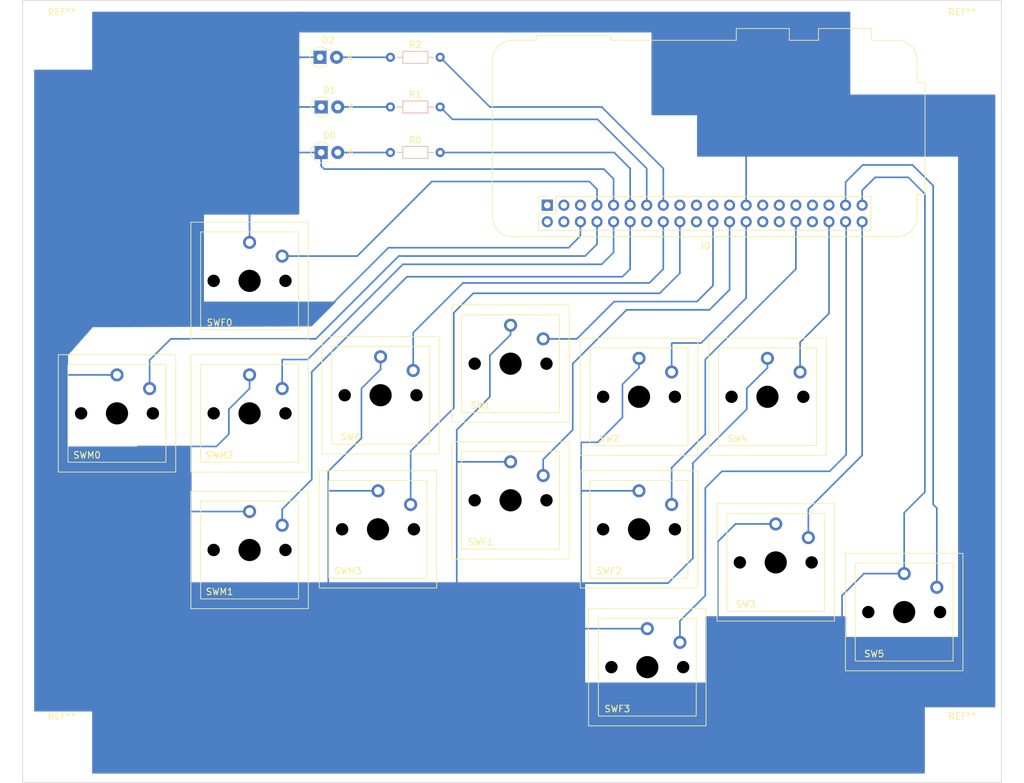
<source format=kicad_pcb>
(kicad_pcb (version 20211014) (generator pcbnew)
  (layers (0 "F.Cu" signal) (31 "B.Cu" signal) (34 "B.Paste" user) (35 "F.Paste" user) (36 "B.SilkS" user "B.Silkscreen") (37 "F.SilkS" user "F.Silkscreen") (38 "B.Mask" user) (39 "F.Mask" user) (44 "Edge.Cuts" user))
  (net 0 "")
  (net 1 "GND")
  (net 2 "Net-(D0-Pad2)")
  (net 3 "Net-(D1-Pad2)")
  (net 4 "Net-(D2-Pad2)")
  (net 10 "/GPIO4")
  (net 11 "/GPIO14")
  (net 12 "/GPIO15")
  (net 13 "/GPIO17")
  (net 14 "/GPIO18")
  (net 15 "/GPIO27")
  (net 17 "/GPIO22")
  (net 18 "/GPIO23")
  (net 20 "/GPIO24")
  (net 24 "/GPIO25")
  (net 26 "/GPIO8")
  (net 27 "/GPIO7")
  (net 33 "/GPIO12")
  (net 37 "/GPIO16")
  (net 38 "/GPIO26")
  (net 39 "/GPIO20")
  (net 40 "/GPIO21")
  (footprint "MountingHole:MountingHole_3.2mm_M3" (layer "F.Cu") (at 36 144)
    (fp_text reference "REF**" (at 0 -4.2) (layer "F.SilkS"))
    (fp_text value "MountingHole_3.2mm_M3")
    (pad "" np_thru_hole circle (at 0 0) (size 3.2 3.2) (drill 3.2) (layers *.Cu *.Mask))
  )
  (footprint "Library:Kailh_Choc" (layer "F.Cu") (at 145.415 116.205)
    (fp_text reference "SW3" (at -4.6 6.4 unlocked) (layer "F.SilkS"))
    (fp_text value "SW_Push")
    (fp_rect (start -9 -9) (end 9 9) (layer "F.SilkS") (width 0.12) (fill none))
    (fp_rect (start -7.5 -7.5) (end 7.5 7.5) (layer "F.SilkS") (width 0.12) (fill none))
    (pad "" np_thru_hole circle (at -5.5 0) (size 1.9 1.9) (drill 1.9) (layers *.Mask))
    (pad "" np_thru_hole circle (at 5.5 0) (size 1.9 1.9) (drill 1.9) (layers *.Mask))
    (pad "" np_thru_hole circle (at 0 0) (size 3.4 3.4) (drill 3.4) (layers *.Mask))
    (pad "1" thru_hole circle (at 5 -3.8) (size 2 2) (drill 1.2) (layers *.Cu *.Mask) (net 40 "/GPIO21"))
    (pad "2" thru_hole circle (at 0 -5.9) (size 2 2) (drill 1.2) (layers *.Cu *.Mask) (net 1 "GND"))
  )
  (footprint "Library:Kailh_Choc" (layer "F.Cu") (at 104.775 85.725)
    (fp_text reference "SW1" (at -4.6 6.4 unlocked) (layer "F.SilkS"))
    (fp_text value "SW_Push")
    (fp_rect (start -7.5 -7.5) (end 7.5 7.5) (layer "F.SilkS") (width 0.12) (fill none))
    (fp_rect (start -9 -9) (end 9 9) (layer "F.SilkS") (width 0.12) (fill none))
    (pad "" np_thru_hole circle (at 5.5 0) (size 1.9 1.9) (drill 1.9) (layers *.Mask))
    (pad "" np_thru_hole circle (at -5.5 0) (size 1.9 1.9) (drill 1.9) (layers *.Mask))
    (pad "" np_thru_hole circle (at 0 0) (size 3.4 3.4) (drill 3.4) (layers *.Mask))
    (pad "1" thru_hole circle (at 5 -3.8) (size 2 2) (drill 1.2) (layers *.Cu *.Mask) (net 24 "/GPIO25"))
    (pad "2" thru_hole circle (at 0 -5.9) (size 2 2) (drill 1.2) (layers *.Cu *.Mask) (net 1 "GND"))
  )
  (footprint "Module:Raspberry_Pi_Zero_Socketed_THT_FaceDown_MountingHoles" (layer "F.Cu") (at 110.4 61.42 90)
    (fp_text reference "J0" (at -6.27 24.13) (layer "F.SilkS"))
    (fp_text value "Conn_02x20_Odd_Even")
    (fp_line (start 0 -1.33) (end 1.33 -1.33) (layer "F.SilkS") (width 0.12))
    (fp_line (start -3.87 -1.33) (end -3.87 49.59) (layer "F.SilkS") (width 0.12))
    (fp_line (start 1.33 1.27) (end 1.33 49.59) (layer "F.SilkS") (width 0.12))
    (fp_line (start -3.87 -1.33) (end -1.27 -1.33) (layer "F.SilkS") (width 0.12))
    (fp_line (start 25.99 9.74) (end 25.99 -1.68) (layer "F.SilkS") (width 0.12))
    (fp_line (start 1.67 57.89) (end 18.79 57.89) (layer "F.SilkS") (width 0.12))
    (fp_line (start -1.27 -1.33) (end -1.27 1.27) (layer "F.SilkS") (width 0.12))
    (fp_line (start 1.33 -1.33) (end 1.33 0) (layer "F.SilkS") (width 0.12))
    (fp_line (start 25.29 53.63) (end 25.29 49.69) (layer "F.SilkS") (width 0.12))
    (fp_line (start -1.77 -8.43) (end 22.23 -8.43) (layer "F.SilkS") (width 0.12))
    (fp_line (start 27.09 41.57) (end 25.29 41.57) (layer "F.SilkS") (width 0.12))
    (fp_line (start 27.09 37.09) (end 27.09 28.97) (layer "F.SilkS") (width 0.12))
    (fp_line (start 27.09 28.97) (end 25.29 28.97) (layer "F.SilkS") (width 0.12))
    (fp_line (start 25.29 9.74) (end 25.99 9.74) (layer "F.SilkS") (width 0.12))
    (fp_line (start -4.83 53.63) (end -4.83 -5.37) (layer "F.SilkS") (width 0.12))
    (fp_line (start -1.27 1.27) (end 1.33 1.27) (layer "F.SilkS") (width 0.12))
    (fp_line (start 18.79 56.69) (end 22.23 56.69) (layer "F.SilkS") (width 0.12))
    (fp_line (start 25.29 49.69) (end 27.09 49.69) (layer "F.SilkS") (width 0.12))
    (fp_line (start 27.09 49.69) (end 27.09 41.57) (layer "F.SilkS") (width 0.12))
    (fp_line (start 25.99 -1.68) (end 25.29 -1.68) (layer "F.SilkS") (width 0.12))
    (fp_line (start -3.87 49.59) (end 1.33 49.59) (layer "F.SilkS") (width 0.12))
    (fp_line (start 1.67 56.69) (end -1.77 56.69) (layer "F.SilkS") (width 0.12))
    (fp_line (start 25.29 -1.68) (end 25.29 -5.37) (layer "F.SilkS") (width 0.12))
    (fp_line (start 25.29 28.97) (end 25.29 9.74) (layer "F.SilkS") (width 0.12))
    (fp_line (start 25.29 41.57) (end 25.29 37.09) (layer "F.SilkS") (width 0.12))
    (fp_line (start 1.67 56.69) (end 1.67 57.89) (layer "F.SilkS") (width 0.12))
    (fp_line (start 18.79 57.89) (end 18.79 56.69) (layer "F.SilkS") (width 0.12))
    (fp_line (start 25.29 37.09) (end 27.09 37.09) (layer "F.SilkS") (width 0.12))
    (fp_arc (start 25.29 53.63) (mid 24.393747 55.793747) (end 22.23 56.69) (layer "F.SilkS") (width 0.12))
    (fp_arc (start 22.23 -8.43) (mid 24.393747 -7.533747) (end 25.29 -5.37) (layer "F.SilkS") (width 0.12))
    (fp_arc (start -4.83 -5.37) (mid -3.933747 -7.533747) (end -1.77 -8.43) (layer "F.SilkS") (width 0.12))
    (fp_arc (start -1.77 56.69) (mid -3.933747 55.793747) (end -4.83 53.63) (layer "F.SilkS") (width 0.12))
    (pad "" np_thru_hole circle (at 21.73 -4.87 180) (size 2.75 2.75) (drill 2.75) (layers *.Cu *.Mask))
    (pad "" np_thru_hole circle (at -1.27 -4.87 180) (size 2.75 2.75) (drill 2.75) (layers *.Cu *.Mask))
    (pad "" np_thru_hole circle (at -1.27 53.13 180) (size 2.75 2.75) (drill 2.75) (layers *.Cu *.Mask))
    (pad "" np_thru_hole circle (at 21.73 53.13 180) (size 2.75 2.75) (drill 2.75) (layers *.Cu *.Mask))
    (pad "1" thru_hole rect (at 0 0 90) (size 1.7 1.7) (drill 1) (layers *.Cu *.Mask))
    (pad "2" thru_hole oval (at -2.54 0 90) (size 1.7 1.7) (drill 1) (layers *.Cu *.Mask))
    (pad "3" thru_hole oval (at 0 2.54 90) (size 1.7 1.7) (drill 1) (layers *.Cu *.Mask))
    (pad "4" thru_hole oval (at -2.54 2.54 90) (size 1.7 1.7) (drill 1) (layers *.Cu *.Mask))
    (pad "5" thru_hole oval (at 0 5.08 90) (size 1.7 1.7) (drill 1) (layers *.Cu *.Mask))
    (pad "6" thru_hole oval (at -2.54 5.08 90) (size 1.7 1.7) (drill 1) (layers *.Cu *.Mask) (net 1 "GND"))
    (pad "7" thru_hole oval (at 0 7.62 90) (size 1.7 1.7) (drill 1) (layers *.Cu *.Mask) (net 10 "/GPIO4"))
    (pad "8" thru_hole oval (at -2.54 7.62 90) (size 1.7 1.7) (drill 1) (layers *.Cu *.Mask) (net 11 "/GPIO14"))
    (pad "9" thru_hole oval (at 0 10.16 90) (size 1.7 1.7) (drill 1) (layers *.Cu *.Mask) (net 1 "GND"))
    (pad "10" thru_hole oval (at -2.54 10.16 90) (size 1.7 1.7) (drill 1) (layers *.Cu *.Mask) (net 12 "/GPIO15"))
    (pad "11" thru_hole oval (at 0 12.7 90) (size 1.7 1.7) (drill 1) (layers *.Cu *.Mask) (net 13 "/GPIO17"))
    (pad "12" thru_hole oval (at -2.54 12.7 90) (size 1.7 1.7) (drill 1) (layers *.Cu *.Mask) (net 14 "/GPIO18"))
    (pad "13" thru_hole oval (at 0 15.24 90) (size 1.7 1.7) (drill 1) (layers *.Cu *.Mask) (net 15 "/GPIO27"))
    (pad "14" thru_hole oval (at -2.54 15.24 90) (size 1.7 1.7) (drill 1) (layers *.Cu *.Mask))
    (pad "15" thru_hole oval (at 0 17.78 90) (size 1.7 1.7) (drill 1) (layers *.Cu *.Mask) (net 17 "/GPIO22"))
    (pad "16" thru_hole oval (at -2.54 17.78 90) (size 1.7 1.7) (drill 1) (layers *.Cu *.Mask) (net 18 "/GPIO23"))
    (pad "17" thru_hole oval (at 0 20.32 90) (size 1.7 1.7) (drill 1) (layers *.Cu *.Mask))
    (pad "18" thru_hole oval (at -2.54 20.32 90) (size 1.7 1.7) (drill 1) (layers *.Cu *.Mask) (net 20 "/GPIO24"))
    (pad "19" thru_hole oval (at 0 22.86 90) (size 1.7 1.7) (drill 1) (layers *.Cu *.Mask))
    (pad "20" thru_hole oval (at -2.54 22.86 90) (size 1.7 1.7) (drill 1) (layers *.Cu *.Mask))
    (pad "21" thru_hole oval (at 0 25.4 90) (size 1.7 1.7) (drill 1) (layers *.Cu *.Mask))
    (pad "22" thru_hole oval (at -2.54 25.4 90) (size 1.7 1.7) (drill 1) (layers *.Cu *.Mask) (net 24 "/GPIO25"))
    (pad "23" thru_hole oval (at 0 27.94 90) (size 1.7 1.7) (drill 1) (layers *.Cu *.Mask))
    (pad "24" thru_hole oval (at -2.54 27.94 90) (size 1.7 1.7) (drill 1) (layers *.Cu *.Mask) (net 26 "/GPIO8"))
    (pad "25" thru_hole oval (at 0 30.48 90) (size 1.7 1.7) (drill 1) (layers *.Cu *.Mask) (net 1 "GND"))
    (pad "26" thru_hole oval (at -2.54 30.48 90) (size 1.7 1.7) (drill 1) (layers *.Cu *.Mask) (net 27 "/GPIO7"))
    (pad "27" thru_hole oval (at 0 33.02 90) (size 1.7 1.7) (drill 1) (layers *.Cu *.Mask))
    (pad "28" thru_hole oval (at -2.54 33.02 90) (size 1.7 1.7) (drill 1) (layers *.Cu *.Mask))
    (pad "29" thru_hole oval (at 0 35.56 90) (size 1.7 1.7) (drill 1) (layers *.Cu *.Mask))
    (pad "30" thru_hole oval (at -2.54 35.56 90) (size 1.7 1.7) (drill 1) (layers *.Cu *.Mask))
    (pad "31" thru_hole oval (at 0 38.1 90) (size 1.7 1.7) (drill 1) (layers *.Cu *.Mask))
    (pad "32" thru_hole oval (at -2.54 38.1 90) (size 1.7 1.7) (drill 1) (layers *.Cu *.Mask) (net 33 "/GPIO12"))
    (pad "33" thru_hole oval (at 0 40.64 90) (size 1.7 1.7) (drill 1) (layers *.Cu *.Mask))
    (pad "34" thru_hole oval (at -2.54 40.64 90) (size 1.7 1.7) (drill 1) (layers *.Cu *.Mask))
    (pad "35" thru_hole oval (at 0 43.18 90) (size 1.7 1.7) (drill 1) (layers *.Cu *.Mask))
    (pad "36" thru_hole oval (at -2.54 43.18 90) (size 1.7 1.7) (drill 1) (layers *.Cu *.Mask) (net 37 "/GPIO16"))
    (pad "37" thru_hole oval (at 0 45.72 90) (size 1.7 1.7) (drill 1) (layers *.Cu *.Mask) (net 38 "/GPIO26"))
    (pad "38" thru_hole oval (at -2.54 45.72 90) (size 1.7 1.7) (drill 1) (layers *.Cu *.Mask) (net 39 "/GPIO20"))
    (pad "39" thru_hole oval (at 0 48.26 90) (size 1.7 1.7) (drill 1) (layers *.Cu *.Mask) (net 1 "GND"))
    (pad "40" thru_hole oval (at -2.54 48.26 90) (size 1.7 1.7) (drill 1) (layers *.Cu *.Mask) (net 40 "/GPIO21"))
  )
  (footprint "Diode_THT:D_T-1_P2.54mm_Vertical_AnodeUp" (layer "F.Cu") (at 75.74267 53.34)
    (fp_text reference "D0" (at 1.27 -2.609214) (layer "F.SilkS"))
    (fp_text value "LED")
    (fp_text user "A" (at 4.54 0) (layer "F.SilkS"))
    (fp_arc (start 1.151253 1.067982) (mid -1.56969 -0.045178) (end 1.210772 -1) (layer "F.SilkS") (width 0.12))
    (pad "1" thru_hole rect (at 0 0) (size 2 2) (drill 1) (layers *.Cu *.Mask) (net 1 "GND"))
    (pad "2" thru_hole oval (at 2.54 0) (size 2 2) (drill 1) (layers *.Cu *.Mask) (net 2 "Net-(D0-Pad2)"))
  )
  (footprint "Library:Kailh_Choc" (layer "F.Cu") (at 144.145 90.805)
    (fp_text reference "SW4" (at -4.6 6.4 unlocked) (layer "F.SilkS"))
    (fp_text value "SW_Push")
    (fp_rect (start -7.5 -7.5) (end 7.5 7.5) (layer "F.SilkS") (width 0.12) (fill none))
    (fp_rect (start -9 -9) (end 9 9) (layer "F.SilkS") (width 0.12) (fill none))
    (pad "" np_thru_hole circle (at -5.5 0) (size 1.9 1.9) (drill 1.9) (layers *.Mask))
    (pad "" np_thru_hole circle (at 5.5 0) (size 1.9 1.9) (drill 1.9) (layers *.Mask))
    (pad "" np_thru_hole circle (at 0 0) (size 3.4 3.4) (drill 3.4) (layers *.Mask))
    (pad "1" thru_hole circle (at 5 -3.8) (size 2 2) (drill 1.2) (layers *.Cu *.Mask) (net 37 "/GPIO16"))
    (pad "2" thru_hole circle (at 0 -5.9) (size 2 2) (drill 1.2) (layers *.Cu *.Mask) (net 1 "GND"))
  )
  (footprint "Library:Kailh_Choc" (layer "F.Cu") (at 84.85 90.565)
    (fp_text reference "SW0" (at -4.6 6.4 unlocked) (layer "F.SilkS"))
    (fp_text value "SW_Push")
    (fp_rect (start -7.5 -7.5) (end 7.5 7.5) (layer "F.SilkS") (width 0.12) (fill none))
    (fp_rect (start -9 -9) (end 9 9) (layer "F.SilkS") (width 0.12) (fill none))
    (pad "" np_thru_hole circle (at 0 0) (size 3.4 3.4) (drill 3.4) (layers *.Mask))
    (pad "" np_thru_hole circle (at -5.5 0) (size 1.9 1.9) (drill 1.9) (layers *.Mask))
    (pad "" np_thru_hole circle (at 5.5 0) (size 1.9 1.9) (drill 1.9) (layers *.Mask))
    (pad "1" thru_hole circle (at 5 -3.8) (size 2 2) (drill 1.2) (layers *.Cu *.Mask) (net 18 "/GPIO23"))
    (pad "2" thru_hole circle (at 0 -5.9) (size 2 2) (drill 1.2) (layers *.Cu *.Mask) (net 1 "GND"))
  )
  (footprint "Library:Kailh_Choc" (layer "F.Cu") (at 64.77 114.3)
    (fp_text reference "SWM1" (at -4.6 6.4 unlocked) (layer "F.SilkS"))
    (fp_text value "SW_Push")
    (fp_rect (start -7.5 -7.5) (end 7.5 7.5) (layer "F.SilkS") (width 0.12) (fill none))
    (fp_rect (start -9 -9) (end 9 9) (layer "F.SilkS") (width 0.12) (fill none))
    (pad "" np_thru_hole circle (at 0 0) (size 3.4 3.4) (drill 3.4) (layers *.Mask))
    (pad "" np_thru_hole circle (at 5.5 0) (size 1.9 1.9) (drill 1.9) (layers *.Mask))
    (pad "" np_thru_hole circle (at -5.5 0) (size 1.9 1.9) (drill 1.9) (layers *.Mask))
    (pad "1" thru_hole circle (at 5 -3.8) (size 2 2) (drill 1.2) (layers *.Cu *.Mask) (net 14 "/GPIO18"))
    (pad "2" thru_hole circle (at 0 -5.9) (size 2 2) (drill 1.2) (layers *.Cu *.Mask) (net 1 "GND"))
  )
  (footprint "MountingHole:MountingHole_3.2mm_M3" (layer "F.Cu") (at 174 36)
    (fp_text reference "REF**" (at 0 -4.2) (layer "F.SilkS"))
    (fp_text value "MountingHole_3.2mm_M3")
    (pad "" np_thru_hole circle (at 0 0) (size 3.2 3.2) (drill 3.2) (layers *.Cu *.Mask))
  )
  (footprint "Library:Kailh_Choc" (layer "F.Cu") (at 64.77 73.025)
    (fp_text reference "SWF0" (at -4.6 6.4 unlocked) (layer "F.SilkS"))
    (fp_text value "SW_Push")
    (fp_rect (start -9 -9) (end 9 9) (layer "F.SilkS") (width 0.12) (fill none))
    (fp_rect (start -7.5 -7.5) (end 7.5 7.5) (layer "F.SilkS") (width 0.12) (fill none))
    (pad "" np_thru_hole circle (at -5.5 0) (size 1.9 1.9) (drill 1.9) (layers *.Mask))
    (pad "" np_thru_hole circle (at 5.5 0) (size 1.9 1.9) (drill 1.9) (layers *.Mask))
    (pad "" np_thru_hole circle (at 0 0) (size 3.4 3.4) (drill 3.4) (layers *.Mask))
    (pad "1" thru_hole circle (at 5 -3.8) (size 2 2) (drill 1.2) (layers *.Cu *.Mask) (net 10 "/GPIO4"))
    (pad "2" thru_hole circle (at 0 -5.9) (size 2 2) (drill 1.2) (layers *.Cu *.Mask) (net 1 "GND"))
  )
  (footprint "Library:Kailh_Choc" (layer "F.Cu") (at 44.45 93.345)
    (fp_text reference "SWM0" (at -4.6 6.4 unlocked) (layer "F.SilkS"))
    (fp_text value "SW_Push")
    (fp_rect (start -9 -9) (end 9 9) (layer "F.SilkS") (width 0.12) (fill none))
    (fp_rect (start -7.5 -7.5) (end 7.5 7.5) (layer "F.SilkS") (width 0.12) (fill none))
    (pad "" np_thru_hole circle (at 5.5 0) (size 1.9 1.9) (drill 1.9) (layers *.Mask))
    (pad "" np_thru_hole circle (at 0 0) (size 3.4 3.4) (drill 3.4) (layers *.Mask))
    (pad "" np_thru_hole circle (at -5.5 0) (size 1.9 1.9) (drill 1.9) (layers *.Mask))
    (pad "1" thru_hole circle (at 5 -3.8) (size 2 2) (drill 1.2) (layers *.Cu *.Mask) (net 11 "/GPIO14"))
    (pad "2" thru_hole circle (at 0 -5.9) (size 2 2) (drill 1.2) (layers *.Cu *.Mask) (net 1 "GND"))
  )
  (footprint "MountingHole:MountingHole_3.2mm_M3" (layer "F.Cu") (at 174 144)
    (fp_text reference "REF**" (at 0 -4.2) (layer "F.SilkS"))
    (fp_text value "MountingHole_3.2mm_M3")
    (pad "" np_thru_hole circle (at 0 0) (size 3.2 3.2) (drill 3.2) (layers *.Cu *.Mask))
  )
  (footprint "Library:Kailh_Choc" (layer "F.Cu") (at 84.455 111.125)
    (fp_text reference "SWM3" (at -4.6 6.4 unlocked) (layer "F.SilkS"))
    (fp_text value "SW_Push")
    (fp_rect (start -9 -9) (end 9 9) (layer "F.SilkS") (width 0.12) (fill none))
    (fp_rect (start -7.5 -7.5) (end 7.5 7.5) (layer "F.SilkS") (width 0.12) (fill none))
    (pad "" np_thru_hole circle (at -5.5 0) (size 1.9 1.9) (drill 1.9) (layers *.Mask))
    (pad "" np_thru_hole circle (at 0 0) (size 3.4 3.4) (drill 3.4) (layers *.Mask))
    (pad "" np_thru_hole circle (at 5.5 0) (size 1.9 1.9) (drill 1.9) (layers *.Mask))
    (pad "1" thru_hole circle (at 5 -3.8) (size 2 2) (drill 1.2) (layers *.Cu *.Mask) (net 20 "/GPIO24"))
    (pad "2" thru_hole circle (at 0 -5.9) (size 2 2) (drill 1.2) (layers *.Cu *.Mask) (net 1 "GND"))
  )
  (footprint "Diode_THT:D_T-1_P2.54mm_Vertical_AnodeUp" (layer "F.Cu") (at 75.74267 46.355)
    (fp_text reference "D1" (at 1.27 -2.609214) (layer "F.SilkS"))
    (fp_text value "LED")
    (fp_text user "A" (at 4.54 0) (layer "F.SilkS"))
    (fp_arc (start 1.151253 1.067982) (mid -1.56969 -0.045178) (end 1.210772 -1) (layer "F.SilkS") (width 0.12))
    (pad "1" thru_hole rect (at 0 0) (size 2 2) (drill 1) (layers *.Cu *.Mask) (net 1 "GND"))
    (pad "2" thru_hole oval (at 2.54 0) (size 2 2) (drill 1) (layers *.Cu *.Mask) (net 3 "Net-(D1-Pad2)"))
  )
  (footprint "Library:Kailh_Choc" (layer "F.Cu") (at 104.775 106.68)
    (fp_text reference "SWF1" (at -4.6 6.4 unlocked) (layer "F.SilkS"))
    (fp_text value "SW_Push")
    (fp_rect (start -9 -9) (end 9 9) (layer "F.SilkS") (width 0.12) (fill none))
    (fp_rect (start -7.5 -7.5) (end 7.5 7.5) (layer "F.SilkS") (width 0.12) (fill none))
    (pad "" np_thru_hole circle (at -5.5 0) (size 1.9 1.9) (drill 1.9) (layers *.Mask))
    (pad "" np_thru_hole circle (at 5.5 0) (size 1.9 1.9) (drill 1.9) (layers *.Mask))
    (pad "" np_thru_hole circle (at 0 0) (size 3.4 3.4) (drill 3.4) (layers *.Mask))
    (pad "1" thru_hole circle (at 5 -3.8) (size 2 2) (drill 1.2) (layers *.Cu *.Mask) (net 26 "/GPIO8"))
    (pad "2" thru_hole circle (at 0 -5.9) (size 2 2) (drill 1.2) (layers *.Cu *.Mask) (net 1 "GND"))
  )
  (footprint "Library:Kailh_Choc" (layer "F.Cu") (at 64.77 93.345)
    (fp_text reference "SWM2" (at -4.6 6.4 unlocked) (layer "F.SilkS"))
    (fp_text value "SW_Push")
    (fp_rect (start -7.5 -7.5) (end 7.5 7.5) (layer "F.SilkS") (width 0.12) (fill none))
    (fp_rect (start -9 -9) (end 9 9) (layer "F.SilkS") (width 0.12) (fill none))
    (pad "" np_thru_hole circle (at 5.5 0) (size 1.9 1.9) (drill 1.9) (layers *.Mask))
    (pad "" np_thru_hole circle (at 0 0) (size 3.4 3.4) (drill 3.4) (layers *.Mask))
    (pad "" np_thru_hole circle (at -5.5 0) (size 1.9 1.9) (drill 1.9) (layers *.Mask))
    (pad "1" thru_hole circle (at 5 -3.8) (size 2 2) (drill 1.2) (layers *.Cu *.Mask) (net 12 "/GPIO15"))
    (pad "2" thru_hole circle (at 0 -5.9) (size 2 2) (drill 1.2) (layers *.Cu *.Mask) (net 1 "GND"))
  )
  (footprint "Library:Kailh_Choc" (layer "F.Cu") (at 124.46 90.805)
    (fp_text reference "SW2" (at -4.6 6.4 unlocked) (layer "F.SilkS"))
    (fp_text value "SW_Push")
    (fp_rect (start -7.5 -7.5) (end 7.5 7.5) (layer "F.SilkS") (width 0.12) (fill none))
    (fp_rect (start -9 -9) (end 9 9) (layer "F.SilkS") (width 0.12) (fill none))
    (pad "" np_thru_hole circle (at 0 0) (size 3.4 3.4) (drill 3.4) (layers *.Mask))
    (pad "" np_thru_hole circle (at 5.5 0) (size 1.9 1.9) (drill 1.9) (layers *.Mask))
    (pad "" np_thru_hole circle (at -5.5 0) (size 1.9 1.9) (drill 1.9) (layers *.Mask))
    (pad "1" thru_hole circle (at 5 -3.8) (size 2 2) (drill 1.2) (layers *.Cu *.Mask) (net 27 "/GPIO7"))
    (pad "2" thru_hole circle (at 0 -5.9) (size 2 2) (drill 1.2) (layers *.Cu *.Mask) (net 1 "GND"))
  )
  (footprint "Library:Kailh_Choc" (layer "F.Cu") (at 125.73 132.265)
    (fp_text reference "SWF3" (at -4.6 6.4 unlocked) (layer "F.SilkS"))
    (fp_text value "SW_Push")
    (fp_rect (start -9 -9) (end 9 9) (layer "F.SilkS") (width 0.12) (fill none))
    (fp_rect (start -7.5 -7.5) (end 7.5 7.5) (layer "F.SilkS") (width 0.12) (fill none))
    (pad "" np_thru_hole circle (at 0 0) (size 3.4 3.4) (drill 3.4) (layers *.Mask))
    (pad "" np_thru_hole circle (at -5.5 0) (size 1.9 1.9) (drill 1.9) (layers *.Mask))
    (pad "" np_thru_hole circle (at 5.5 0) (size 1.9 1.9) (drill 1.9) (layers *.Mask))
    (pad "1" thru_hole circle (at 5 -3.8) (size 2 2) (drill 1.2) (layers *.Cu *.Mask) (net 39 "/GPIO20"))
    (pad "2" thru_hole circle (at 0 -5.9) (size 2 2) (drill 1.2) (layers *.Cu *.Mask) (net 1 "GND"))
  )
  (footprint "Library:Kailh_Choc" (layer "F.Cu") (at 124.46 111.125)
    (fp_text reference "SWF2" (at -4.6 6.4 unlocked) (layer "F.SilkS"))
    (fp_text value "SW_Push")
    (fp_rect (start -7.5 -7.5) (end 7.5 7.5) (layer "F.SilkS") (width 0.12) (fill none))
    (fp_rect (start -9 -9) (end 9 9) (layer "F.SilkS") (width 0.12) (fill none))
    (pad "" np_thru_hole circle (at -5.5 0) (size 1.9 1.9) (drill 1.9) (layers *.Mask))
    (pad "" np_thru_hole circle (at 5.5 0) (size 1.9 1.9) (drill 1.9) (layers *.Mask))
    (pad "" np_thru_hole circle (at 0 0) (size 3.4 3.4) (drill 3.4) (layers *.Mask))
    (pad "1" thru_hole circle (at 5 -3.8) (size 2 2) (drill 1.2) (layers *.Cu *.Mask) (net 33 "/GPIO12"))
    (pad "2" thru_hole circle (at 0 -5.9) (size 2 2) (drill 1.2) (layers *.Cu *.Mask) (net 1 "GND"))
  )
  (footprint "MountingHole:MountingHole_3.2mm_M3" (layer "F.Cu") (at 36 36)
    (fp_text reference "REF**" (at 0 -4.2) (layer "F.SilkS"))
    (fp_text value "MountingHole_3.2mm_M3")
    (pad "" np_thru_hole circle (at 0 0) (size 3.2 3.2) (drill 3.2) (layers *.Cu *.Mask))
  )
  (footprint "Diode_THT:D_T-1_P2.54mm_Vertical_AnodeUp" (layer "F.Cu") (at 75.565 38.735)
    (fp_text reference "D2" (at 1.27 -2.609214) (layer "F.SilkS"))
    (fp_text value "LED")
    (fp_text user "A" (at 4.54 0) (layer "F.SilkS"))
    (fp_arc (start 1.151253 1.067982) (mid -1.56969 -0.045178) (end 1.210772 -1) (layer "F.SilkS") (width 0.12))
    (pad "1" thru_hole rect (at 0 0) (size 2 2) (drill 1) (layers *.Cu *.Mask) (net 1 "GND"))
    (pad "2" thru_hole oval (at 2.54 0) (size 2 2) (drill 1) (layers *.Cu *.Mask) (net 4 "Net-(D2-Pad2)"))
  )
  (footprint "Library:Kailh_Choc" (layer "F.Cu") (at 165.1 123.825)
    (fp_text reference "SW5" (at -4.6 6.4 unlocked) (layer "F.SilkS"))
    (fp_text value "SW_Push")
    (fp_rect (start -9 -9) (end 9 9) (layer "F.SilkS") (width 0.12) (fill none))
    (fp_rect (start -7.5 -7.5) (end 7.5 7.5) (layer "F.SilkS") (width 0.12) (fill none))
    (pad "" np_thru_hole circle (at -5.5 0) (size 1.9 1.9) (drill 1.9) (layers *.Mask))
    (pad "" np_thru_hole circle (at 5.5 0) (size 1.9 1.9) (drill 1.9) (layers *.Mask))
    (pad "" np_thru_hole circle (at 0 0) (size 3.4 3.4) (drill 3.4) (layers *.Mask))
    (pad "1" thru_hole circle (at 5 -3.8) (size 2 2) (drill 1.2) (layers *.Cu *.Mask) (net 38 "/GPIO26"))
    (pad "2" thru_hole circle (at 0 -5.9) (size 2 2) (drill 1.2) (layers *.Cu *.Mask) (net 1 "GND"))
  )
  (footprint "Resistor_THT:R_Axial_DIN0204_L3.6mm_D1.6mm_P7.62mm_Horizontal" (layer "B.Cu") (at 93.98 53.34 180)
    (fp_text reference "R0" (at 3.81 1.92) (layer "F.SilkS"))
    (fp_text value "330")
    (fp_line (start 5.73 -0.92) (end 5.73 0.92) (layer "B.SilkS") (width 0.12))
    (fp_line (start 1.89 0.92) (end 1.89 -0.92) (layer "B.SilkS") (width 0.12))
    (fp_line (start 0.94 0) (end 1.89 0) (layer "B.SilkS") (width 0.12))
    (fp_line (start 1.89 -0.92) (end 5.73 -0.92) (layer "B.SilkS") (width 0.12))
    (fp_line (start 5.73 0.92) (end 1.89 0.92) (layer "B.SilkS") (width 0.12))
    (fp_line (start 6.68 0) (end 5.73 0) (layer "B.SilkS") (width 0.12))
    (pad "1" thru_hole circle (at 0 0 180) (size 1.4 1.4) (drill 0.7) (layers *.Cu *.Mask) (net 13 "/GPIO17"))
    (pad "2" thru_hole oval (at 7.62 0 180) (size 1.4 1.4) (drill 0.7) (layers *.Cu *.Mask) (net 2 "Net-(D0-Pad2)"))
  )
  (footprint "Resistor_THT:R_Axial_DIN0204_L3.6mm_D1.6mm_P7.62mm_Horizontal" (layer "B.Cu") (at 93.98 38.735 180)
    (fp_text reference "R2" (at 3.81 1.92) (layer "F.SilkS"))
    (fp_text value "330")
    (fp_line (start 5.73 0.92) (end 1.89 0.92) (layer "B.SilkS") (width 0.12))
    (fp_line (start 6.68 0) (end 5.73 0) (layer "B.SilkS") (width 0.12))
    (fp_line (start 5.73 -0.92) (end 5.73 0.92) (layer "B.SilkS") (width 0.12))
    (fp_line (start 1.89 0.92) (end 1.89 -0.92) (layer "B.SilkS") (width 0.12))
    (fp_line (start 1.89 -0.92) (end 5.73 -0.92) (layer "B.SilkS") (width 0.12))
    (fp_line (start 0.94 0) (end 1.89 0) (layer "B.SilkS") (width 0.12))
    (pad "1" thru_hole circle (at 0 0 180) (size 1.4 1.4) (drill 0.7) (layers *.Cu *.Mask) (net 17 "/GPIO22"))
    (pad "2" thru_hole oval (at 7.62 0 180) (size 1.4 1.4) (drill 0.7) (layers *.Cu *.Mask) (net 4 "Net-(D2-Pad2)"))
  )
  (footprint "Resistor_THT:R_Axial_DIN0204_L3.6mm_D1.6mm_P7.62mm_Horizontal" (layer "B.Cu") (at 93.98 46.355 180)
    (fp_text reference "R1" (at 3.81 1.92) (layer "F.SilkS"))
    (fp_text value "330")
    (fp_line (start 1.89 -0.92) (end 5.73 -0.92) (layer "B.SilkS") (width 0.12))
    (fp_line (start 5.73 -0.92) (end 5.73 0.92) (layer "B.SilkS") (width 0.12))
    (fp_line (start 6.68 0) (end 5.73 0) (layer "B.SilkS") (width 0.12))
    (fp_line (start 1.89 0.92) (end 1.89 -0.92) (layer "B.SilkS") (width 0.12))
    (fp_line (start 5.73 0.92) (end 1.89 0.92) (layer "B.SilkS") (width 0.12))
    (fp_line (start 0.94 0) (end 1.89 0) (layer "B.SilkS") (width 0.12))
    (pad "1" thru_hole circle (at 0 0 180) (size 1.4 1.4) (drill 0.7) (layers *.Cu *.Mask) (net 15 "/GPIO27"))
    (pad "2" thru_hole oval (at 7.62 0 180) (size 1.4 1.4) (drill 0.7) (layers *.Cu *.Mask) (net 3 "Net-(D1-Pad2)"))
  )
  (gr_rect (start 30 30) (end 180 150) (layer "Edge.Cuts") (width 0.1) (fill none))
  (segment (start 84.85 86.6) (end 81.915 89.535) (width 0.25) (layer "B.Cu") (net 1))
  (segment (start 40.005 119.38) (end 36.83 116.205) (width 0.25) (layer "B.Cu") (net 1))
  (segment (start 175.895 53.975) (end 175.895 57.15) (width 0.25) (layer "B.Cu") (net 1))
  (segment (start 160.655 57.15) (end 165.735 57.15) (width 0.25) (layer "B.Cu") (net 1))
  (segment (start 61.595 92.71) (end 61.595 96.52) (width 0.25) (layer "B.Cu") (net 1))
  (segment (start 76.835 119.38) (end 67.945 119.38) (width 0.25) (layer "B.Cu") (net 1))
  (segment (start 136.525 113.03) (end 136.525 137.16) (width 0.25) (layer "B.Cu") (net 1))
  (segment (start 86.0425 67.945) (end 75.8825 78.105) (width 0.25) (layer "B.Cu") (net 1))
  (segment (start 136.525 137.16) (end 117.475 137.16) (width 0.25) (layer "B.Cu") (net 1))
  (segment (start 117.475 137.16) (end 115.57 135.255) (width 0.25) (layer "B.Cu") (net 1))
  (segment (start 81.915 97.155) (end 76.835 102.235) (width 0.25) (layer "B.Cu") (net 1))
  (segment (start 124.46 84.905) (end 124.46 86.36) (width 0.25) (layer "B.Cu") (net 1))
  (segment (start 175.895 57.15) (end 175.895 121.92) (width 0.25) (layer "B.Cu") (net 1))
  (segment (start 47.625 98.425) (end 47.625 108.585) (width 0.25) (layer "B.Cu") (net 1))
  (segment (start 115.57 135.255) (end 115.57 128.27) (width 0.25) (layer "B.Cu") (net 1))
  (segment (start 36.83 116.205) (end 36.83 87.63) (width 0.25) (layer "B.Cu") (net 1))
  (segment (start 61.595 96.52) (end 59.69 98.425) (width 0.25) (layer "B.Cu") (net 1))
  (segment (start 57.15 61.595) (end 64.77 61.595) (width 0.25) (layer "B.Cu") (net 1))
  (segment (start 47.81 108.4) (end 47.625 108.585) (width 0.25) (layer "B.Cu") (net 1))
  (segment (start 75.74267 53.34) (end 71.12 53.34) (width 0.25) (layer "B.Cu") (net 1))
  (segment (start 121.92 93.98) (end 118.11 97.79) (width 0.25) (layer "B.Cu") (net 1))
  (segment (start 140.88 53.43) (end 142.24 52.07) (width 0.25) (layer "B.Cu") (net 1))
  (segment (start 142.24 52.07) (end 173.99 52.07) (width 0.25) (layer "B.Cu") (net 1))
  (segment (start 115.755 105.225) (end 115.57 105.41) (width 0.25) (layer "B.Cu") (net 1))
  (segment (start 64.77 64.77) (end 64.77 67.125) (width 0.25) (layer "B.Cu") (net 1))
  (segment (start 81.915 89.535) (end 81.915 97.155) (width 0.25) (layer "B.Cu") (net 1))
  (segment (start 155.575 121.285) (end 155.575 133.985) (width 0.25) (layer "B.Cu") (net 1))
  (segment (start 40.005 78.74) (end 57.15 61.595) (width 0.25) (layer "B.Cu") (net 1))
  (segment (start 115.57 128.27) (end 115.57 126.365) (width 0.25) (layer "B.Cu") (net 1))
  (segment (start 175.895 57.15) (end 175.895 57.785) (width 0.25) (layer "B.Cu") (net 1))
  (segment (start 158.66 59.145) (end 160.655 57.15) (width 0.25) (layer "B.Cu") (net 1))
  (segment (start 104.775 79.825) (end 104.775 81.28) (width 0.25) (layer "B.Cu") (net 1))
  (segment (start 140.97 92.71) (end 132.715 100.965) (width 0.25) (layer "B.Cu") (net 1))
  (segment (start 115.57 119.38) (end 86.995 119.38) (width 0.25) (layer "B.Cu") (net 1))
  (segment (start 113.665 67.945) (end 86.0425 67.945) (width 0.25) (layer "B.Cu") (net 1))
  (segment (start 104.775 100.78) (end 96.705 100.78) (width 0.25) (layer "B.Cu") (net 1))
  (segment (start 175.895 117.925) (end 175.895 121.92) (width 0.25) (layer "B.Cu") (net 1))
  (segment (start 76.835 105.41) (end 76.835 108.585) (width 0.25) (layer "B.Cu") (net 1))
  (segment (start 76.835 102.235) (end 76.835 105.41) (width 0.25) (layer "B.Cu") (net 1))
  (segment (start 101.6 84.455) (end 101.6 90.805) (width 0.25) (layer "B.Cu") (net 1))
  (segment (start 86.995 119.38) (end 76.835 119.38) (width 0.25) (layer "B.Cu") (net 1))
  (segment (start 64.77 108.4) (end 47.81 108.4) (width 0.25) (layer "B.Cu") (net 1))
  (segment (start 75.8825 78.105) (end 40.64 78.105) (width 0.25) (layer "B.Cu") (net 1))
  (segment (start 67.945 119.38) (end 47.625 119.38) (width 0.25) (layer "B.Cu") (net 1))
  (segment (start 118.11 97.79) (end 115.57 97.79) (width 0.25) (layer "B.Cu") (net 1))
  (segment (start 165.1 117.925) (end 158.935 117.925) (width 0.25) (layer "B.Cu") (net 1))
  (segment (start 75.565 38.735) (end 71.755 38.735) (width 0.25) (layer "B.Cu") (net 1))
  (segment (start 124.46 86.36) (end 121.92 88.9) (width 0.25) (layer "B.Cu") (net 1))
  (segment (start 144.145 84.905) (end 144.145 86.36) (width 0.25) (layer "B.Cu") (net 1))
  (segment (start 173.99 52.07) (end 175.895 53.975) (width 0.25) (layer "B.Cu") (net 1))
  (segment (start 115.48 63.96) (end 115.48 66.13) (width 0.25) (layer "B.Cu") (net 1))
  (segment (start 144.145 86.36) (end 140.97 89.535) (width 0.25) (layer "B.Cu") (net 1))
  (segment (start 168.275 105.41) (end 165.1 108.585) (width 0.25) (layer "B.Cu") (net 1))
  (segment (start 71.12 39.37) (end 71.12 46.355) (width 0.25) (layer "B.Cu") (net 1))
  (segment (start 165.1 108.585) (end 165.1 117.925) (width 0.25) (layer "B.Cu") (net 1))
  (segment (start 84.85 84.665) (end 84.85 86.6) (width 0.25) (layer "B.Cu") (net 1))
  (segment (start 128.905 119.38) (end 115.57 119.38) (width 0.25) (layer "B.Cu") (net 1))
  (segment (start 115.48 66.13) (end 113.665 67.945) (width 0.25) (layer "B.Cu") (net 1))
  (segment (start 120.56 57.3775) (end 120.56 61.42) (width 0.25) (layer "B.Cu") (net 1))
  (segment (start 44.45 87.445) (end 37.015 87.445) (width 0.25) (layer "B.Cu") (net 1))
  (segment (start 158.66 61.42) (end 158.66 59.145) (width 0.25) (layer "B.Cu") (net 1))
  (segment (start 158.935 117.925) (end 155.575 121.285) (width 0.25) (layer "B.Cu") (net 1))
  (segment (start 175.895 121.92) (end 175.895 133.985) (width 0.25) (layer "B.Cu") (net 1))
  (segment (start 84.455 105.225) (end 77.02 105.225) (width 0.25) (layer "B.Cu") (net 1))
  (segment (start 145.415 110.305) (end 139.25 110.305) (width 0.25) (layer "B.Cu") (net 1))
  (segment (start 77.02 105.225) (end 76.835 105.41) (width 0.25) (layer "B.Cu") (net 1))
  (segment (start 64.77 59.69) (end 64.77 64.77) (width 0.25) (layer "B.Cu") (net 1))
  (segment (start 64.77 89.535) (end 61.595 92.71) (width 0.25) (layer "B.Cu") (net 1))
  (segment (start 155.575 137.16) (end 136.525 137.16) (width 0.25) (layer "B.Cu") (net 1))
  (segment (start 115.57 105.41) (end 115.57 97.79) (width 0.25) (layer "B.Cu") (net 1))
  (segment (start 71.755 38.735) (end 71.12 39.37) (width 0.25) (layer "B.Cu") (net 1))
  (segment (start 104.775 81.28) (end 101.6 84.455) (width 0.25) (layer "B.Cu") (net 1))
  (segment (start 140.97 89.535) (end 140.97 92.71) (width 0.25) (layer "B.Cu") (net 1))
  (segment (start 36.83 81.915) (end 40.005 78.74) (width 0.25) (layer "B.Cu") (net 1))
  (segment (start 40.64 78.105) (end 40.005 78.74) (width 0.25) (layer "B.Cu") (net 1))
  (segment (start 59.69 98.425) (end 47.625 98.425) (width 0.25) (layer "B.Cu") (net 1))
  (segment (start 96.52 95.885) (end 96.52 119.38) (width 0.25) (layer "B.Cu") (net 1))
  (segment (start 76.835 108.585) (end 76.835 119.38) (width 0.25) (layer "B.Cu") (net 1))
  (segment (start 140.88 61.42) (end 140.88 53.43) (width 0.25) (layer "B.Cu") (net 1))
  (segment (start 71.12 53.34) (end 64.77 59.69) (width 0.25) (layer "B.Cu") (net 1))
  (segment (start 64.77 87.445) (end 64.77 89.535) (width 0.25) (layer "B.Cu") (net 1))
  (segment (start 132.715 100.965) (end 132.715 104.775) (width 0.25) (layer "B.Cu") (net 1))
  (segment (start 76.2 55.88) (end 75.74267 55.42267) (width 0.25) (layer "B.Cu") (net 1))
  (segment (start 76.2 55.88) (end 119.0625 55.88) (width 0.25) (layer "B.Cu") (net 1))
  (segment (start 47.625 108.585) (end 47.625 119.38) (width 0.25) (layer "B.Cu") (net 1))
  (segment (start 132.715 115.57) (end 128.905 119.38) (width 0.25) (layer "B.Cu") (net 1))
  (segment (start 119.0625 55.88) (end 120.56 57.3775) (width 0.25) (layer "B.Cu") (net 1))
  (segment (start 75.74267 55.42267) (end 75.74267 53.34) (width 0.25) (layer "B.Cu") (net 1))
  (segment (start 121.92 88.9) (end 121.92 93.98) (width 0.25) (layer "B.Cu") (net 1))
  (segment (start 75.74267 46.355) (end 71.12 46.355) (width 0.25) (layer "B.Cu") (net 1))
  (segment (start 36.83 87.63) (end 36.83 81.915) (width 0.25) (layer "B.Cu") (net 1))
  (segment (start 71.12 46.355) (end 71.12 53.34) (width 0.25) (layer "B.Cu") (net 1))
  (segment (start 139.25 110.305) (end 136.525 113.03) (width 0.25) (layer "B.Cu") (net 1))
  (segment (start 168.275 59.69) (end 168.275 105.41) (width 0.25) (layer "B.Cu") (net 1))
  (segment (start 37.015 87.445) (end 36.83 87.63) (width 0.25) (layer "B.Cu") (net 1))
  (segment (start 155.575 137.16) (end 155.575 133.985) (width 0.25) (layer "B.Cu") (net 1))
  (segment (start 101.6 90.805) (end 96.52 95.885) (width 0.25) (layer "B.Cu") (net 1))
  (segment (start 175.895 133.985) (end 155.575 133.985) (width 0.25) (layer "B.Cu") (net 1))
  (segment (start 115.57 126.365) (end 115.57 119.38) (width 0.25) (layer "B.Cu") (net 1))
  (segment (start 115.57 119.38) (end 115.57 105.41) (width 0.25) (layer "B.Cu") (net 1))
  (segment (start 125.73 126.365) (end 115.57 126.365) (width 0.25) (layer "B.Cu") (net 1))
  (segment (start 47.625 119.38) (end 40.005 119.38) (width 0.25) (layer "B.Cu") (net 1))
  (segment (start 132.715 104.775) (end 132.715 115.57) (width 0.25) (layer "B.Cu") (net 1))
  (segment (start 124.46 105.225) (end 115.755 105.225) (width 0.25) (layer "B.Cu") (net 1))
  (segment (start 64.77 61.595) (end 64.77 64.77) (width 0.25) (layer "B.Cu") (net 1))
  (segment (start 165.735 57.15) (end 168.275 59.69) (width 0.25) (layer "B.Cu") (net 1))
  (segment (start 86.36 53.34) (end 78.28267 53.34) (width 0.25) (layer "B.Cu") (net 2))
  (segment (start 86.36 46.355) (end 78.28267 46.355) (width 0.25) (layer "B.Cu") (net 3))
  (segment (start 86.36 38.735) (end 78.46034 38.735) (width 0.25) (layer "B.Cu") (net 4))
  (segment (start 69.77 69.225) (end 81.27 69.225) (width 0.25) (layer "B.Cu") (net 10))
  (segment (start 81.27 69.225) (end 92.71 57.785) (width 0.25) (layer "B.Cu") (net 10))
  (segment (start 92.71 57.785) (end 116.84 57.785) (width 0.25) (layer "B.Cu") (net 10))
  (segment (start 116.84 57.785) (end 118.02 58.965) (width 0.25) (layer "B.Cu") (net 10))
  (segment (start 118.02 58.965) (end 118.02 61.42) (width 0.25) (layer "B.Cu") (net 10))
  (segment (start 52.705 81.915) (end 49.45 85.17) (width 0.25) (layer "B.Cu") (net 11))
  (segment (start 49.45 85.17) (end 49.45 89.545) (width 0.25) (layer "B.Cu") (net 11))
  (segment (start 116.205 69.215) (end 87.63 69.215) (width 0.25) (layer "B.Cu") (net 11))
  (segment (start 118.02 63.96) (end 118.02 67.4) (width 0.25) (layer "B.Cu") (net 11))
  (segment (start 118.02 67.4) (end 116.205 69.215) (width 0.25) (layer "B.Cu") (net 11))
  (segment (start 74.93 81.915) (end 52.705 81.915) (width 0.25) (layer "B.Cu") (net 11))
  (segment (start 87.63 69.215) (end 74.93 81.915) (width 0.25) (layer "B.Cu") (net 11))
  (segment (start 120.56 63.96) (end 120.56 68.67) (width 0.25) (layer "B.Cu") (net 12))
  (segment (start 118.745 70.485) (end 88.265 70.485) (width 0.25) (layer "B.Cu") (net 12))
  (segment (start 73.66 85.09) (end 69.85 85.09) (width 0.25) (layer "B.Cu") (net 12))
  (segment (start 120.56 68.67) (end 118.745 70.485) (width 0.25) (layer "B.Cu") (net 12))
  (segment (start 88.265 70.485) (end 73.66 85.09) (width 0.25) (layer "B.Cu") (net 12))
  (segment (start 69.85 85.09) (end 69.77 85.17) (width 0.25) (layer "B.Cu") (net 12))
  (segment (start 69.77 85.17) (end 69.77 89.545) (width 0.25) (layer "B.Cu") (net 12))
  (segment (start 123.1 61.42) (end 123.1 55.79) (width 0.25) (layer "B.Cu") (net 13))
  (segment (start 123.1 55.79) (end 120.65 53.34) (width 0.25) (layer "B.Cu") (net 13))
  (segment (start 120.65 53.34) (end 93.98 53.34) (width 0.25) (layer "B.Cu") (net 13))
  (segment (start 74.295 86.995) (end 88.9 72.39) (width 0.25) (layer "B.Cu") (net 14))
  (segment (start 121.92 72.39) (end 123.1 71.21) (width 0.25) (layer "B.Cu") (net 14))
  (segment (start 123.1 71.21) (end 123.1 63.96) (width 0.25) (layer "B.Cu") (net 14))
  (segment (start 88.9 72.39) (end 121.92 72.39) (width 0.25) (layer "B.Cu") (net 14))
  (segment (start 74.295 103.505) (end 74.295 86.995) (width 0.25) (layer "B.Cu") (net 14))
  (segment (start 69.77 108.03) (end 69.77 110.5) (width 0.25) (layer "B.Cu") (net 14))
  (segment (start 74.295 103.505) (end 69.77 108.03) (width 0.25) (layer "B.Cu") (net 14))
  (segment (start 95.885 48.26) (end 118.11 48.26) (width 0.25) (layer "B.Cu") (net 15))
  (segment (start 125.64 55.79) (end 125.64 61.42) (width 0.25) (layer "B.Cu") (net 15))
  (segment (start 118.11 48.26) (end 125.64 55.79) (width 0.25) (layer "B.Cu") (net 15))
  (segment (start 93.98 46.355) (end 95.885 48.26) (width 0.25) (layer "B.Cu") (net 15))
  (segment (start 93.98 38.735) (end 101.6 46.355) (width 0.25) (layer "B.Cu") (net 17))
  (segment (start 128.18 55.79) (end 128.18 61.42) (width 0.25) (layer "B.Cu") (net 17))
  (segment (start 101.6 46.355) (end 118.745 46.355) (width 0.25) (layer "B.Cu") (net 17))
  (segment (start 118.745 46.355) (end 128.18 55.79) (width 0.25) (layer "B.Cu") (net 17))
  (segment (start 97.4725 73.3425) (end 89.85 80.965) (width 0.25) (layer "B.Cu") (net 18))
  (segment (start 126.0475 73.3425) (end 128.18 71.21) (width 0.25) (layer "B.Cu") (net 18))
  (segment (start 89.85 80.965) (end 89.85 86.765) (width 0.25) (layer "B.Cu") (net 18))
  (segment (start 128.18 71.21) (end 128.18 63.96) (width 0.25) (layer "B.Cu") (net 18))
  (segment (start 126.0475 73.3425) (end 97.4725 73.3425) (width 0.25) (layer "B.Cu") (net 18))
  (segment (start 96.07048 92.52452) (end 89.455 99.14) (width 0.25) (layer "B.Cu") (net 20))
  (segment (start 127.635 74.93) (end 130.72 71.845) (width 0.25) (layer "B.Cu") (net 20))
  (segment (start 99.06 74.93) (end 127.635 74.93) (width 0.25) (layer "B.Cu") (net 20))
  (segment (start 96.07048 77.91952) (end 99.06 74.93) (width 0.25) (layer "B.Cu") (net 20))
  (segment (start 89.455 99.14) (end 89.455 107.325) (width 0.25) (layer "B.Cu") (net 20))
  (segment (start 96.07048 92.52452) (end 96.07048 77.91952) (width 0.25) (layer "B.Cu") (net 20))
  (segment (start 130.72 71.845) (end 130.72 63.96) (width 0.25) (layer "B.Cu") (net 20))
  (segment (start 135.8 63.96) (end 135.8 73.75) (width 0.25) (layer "B.Cu") (net 24))
  (segment (start 135.8 73.75) (end 133.35 76.2) (width 0.25) (layer "B.Cu") (net 24))
  (segment (start 120.65 76.2) (end 114.925 81.925) (width 0.25) (layer "B.Cu") (net 24))
  (segment (start 133.35 76.2) (end 120.65 76.2) (width 0.25) (layer "B.Cu") (net 24))
  (segment (start 114.925 81.925) (end 109.775 81.925) (width 0.25) (layer "B.Cu") (net 24))
  (segment (start 114.3 85.725) (end 122.555 77.47) (width 0.25) (layer "B.Cu") (net 26))
  (segment (start 109.775 100.41) (end 109.775 102.88) (width 0.25) (layer "B.Cu") (net 26))
  (segment (start 122.555 77.47) (end 135.255 77.47) (width 0.25) (layer "B.Cu") (net 26))
  (segment (start 114.3 95.885) (end 109.775 100.41) (width 0.25) (layer "B.Cu") (net 26))
  (segment (start 138.34 74.385) (end 138.34 63.96) (width 0.25) (layer "B.Cu") (net 26))
  (segment (start 135.255 77.47) (end 138.34 74.385) (width 0.25) (layer "B.Cu") (net 26))
  (segment (start 114.3 95.885) (end 114.3 85.725) (width 0.25) (layer "B.Cu") (net 26))
  (segment (start 129.54 82.55) (end 129.46 82.63) (width 0.25) (layer "B.Cu") (net 27))
  (segment (start 140.88 75.655) (end 133.985 82.55) (width 0.25) (layer "B.Cu") (net 27))
  (segment (start 133.985 82.55) (end 129.54 82.55) (width 0.25) (layer "B.Cu") (net 27))
  (segment (start 129.46 82.63) (end 129.46 87.005) (width 0.25) (layer "B.Cu") (net 27))
  (segment (start 140.88 63.96) (end 140.88 75.655) (width 0.25) (layer "B.Cu") (net 27))
  (segment (start 129.46 101.68) (end 129.46 107.325) (width 0.25) (layer "B.Cu") (net 33))
  (segment (start 148.5 71.209283) (end 134.62 85.089283) (width 0.25) (layer "B.Cu") (net 33))
  (segment (start 134.62 85.089283) (end 134.62 96.52) (width 0.25) (layer "B.Cu") (net 33))
  (segment (start 134.62 96.52) (end 129.46 101.68) (width 0.25) (layer "B.Cu") (net 33))
  (segment (start 148.5 63.96) (end 148.5 71.209283) (width 0.25) (layer "B.Cu") (net 33))
  (segment (start 153.58 78.015) (end 149.145 82.45) (width 0.25) (layer "B.Cu") (net 37))
  (segment (start 153.58 78.015) (end 153.58 63.96) (width 0.25) (layer "B.Cu") (net 37))
  (segment (start 149.145 82.45) (end 149.145 87.005) (width 0.25) (layer "B.Cu") (net 37))
  (segment (start 158.75 55.245) (end 166.37 55.245) (width 0.25) (layer "B.Cu") (net 38))
  (segment (start 170.1 107.87) (end 170.1 120.025) (width 0.25) (layer "B.Cu") (net 38))
  (segment (start 169.545 107.315) (end 170.1 107.87) (width 0.25) (layer "B.Cu") (net 38))
  (segment (start 156.12 61.42) (end 156.12 57.875) (width 0.25) (layer "B.Cu") (net 38))
  (segment (start 166.37 55.245) (end 169.545 58.42) (width 0.25) (layer "B.Cu") (net 38))
  (segment (start 156.12 57.875) (end 158.75 55.245) (width 0.25) (layer "B.Cu") (net 38))
  (segment (start 169.545 58.42) (end 169.545 107.315) (width 0.25) (layer "B.Cu") (net 38))
  (segment (start 156.21 64.05) (end 156.12 63.96) (width 0.25) (layer "B.Cu") (net 39))
  (segment (start 156.21 99.695) (end 156.21 64.05) (width 0.25) (layer "B.Cu") (net 39))
  (segment (start 134.62 104.775) (end 137.16 102.235) (width 0.25) (layer "B.Cu") (net 39))
  (segment (start 130.73 125.175) (end 130.73 128.465) (width 0.25) (layer "B.Cu") (net 39))
  (segment (start 153.67 102.235) (end 156.21 99.695) (width 0.25) (layer "B.Cu") (net 39))
  (segment (start 134.62 121.285) (end 134.62 104.775) (width 0.25) (layer "B.Cu") (net 39))
  (segment (start 137.16 102.235) (end 153.67 102.235) (width 0.25) (layer "B.Cu") (net 39))
  (segment (start 134.62 121.285) (end 130.73 125.175) (width 0.25) (layer "B.Cu") (net 39))
  (segment (start 158.66 63.96) (end 158.66 99.785) (width 0.25) (layer "B.Cu") (net 40))
  (segment (start 150.415 108.03) (end 150.415 112.405) (width 0.25) (layer "B.Cu") (net 40))
  (segment (start 158.66 99.785) (end 150.415 108.03) (width 0.25) (layer "B.Cu") (net 40))
  (zone (net 1) (net_name "GND") (layer "B.Cu") (connect_pads (clearance 0.508)) (min_thickness 0.254) (fill yes (thermal_gap 0.508) (thermal_bridge_width 0.508))
    (polygon (pts (xy 156.845 47.625) (xy 126.365 47.625) (xy 126.365 34.925) (xy 71.12 34.925) (xy 71.12 31.75) (xy 156.845 31.75)))
  )
  (zone (net 1) (net_name "GND") (layer "B.Cu") (connect_pads (clearance 0.508)) (min_thickness 0.254) (fill yes (thermal_gap 0.508) (thermal_bridge_width 0.508))
    (polygon (pts (xy 72.39 62.865) (xy 57.785 62.865) (xy 57.785 76.2) (xy 78.105 76.2) (xy 74.295 80.01) (xy 40.744098 80.134918) (xy 36.934098 84.455) (xy 36.83 98.425001) (xy 55.88 98.425) (xy 55.88 119.38) (xy 116.205 119.38) (xy 116.205 134.62) (xy 134.62 134.62) (xy 134.62 124.46) (xy 156.21 124.46) (xy 156.21 127.635) (xy 173.355 127.635) (xy 173.355 53.975) (xy 133.35 53.975) (xy 133.35 44.45) (xy 179.07 44.45) (xy 179.07 138.43) (xy 168.275 138.43) (xy 168.275 148.59) (xy 40.64 148.59) (xy 40.64 139.065) (xy 31.75 139.065) (xy 31.75 40.64) (xy 40.64 40.64) (xy 40.64 31.75) (xy 72.39 31.75)))
  )
)
</source>
